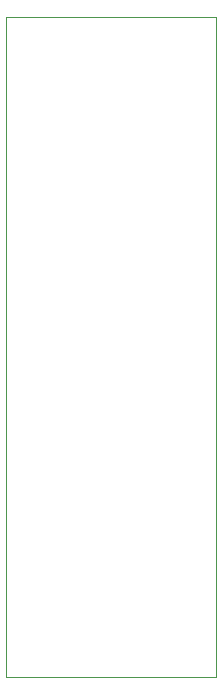
<source format=gbr>
%TF.GenerationSoftware,KiCad,Pcbnew,7.0.10*%
%TF.CreationDate,2024-01-20T20:35:47-05:00*%
%TF.ProjectId,zuul,7a75756c-2e6b-4696-9361-645f70636258,rev?*%
%TF.SameCoordinates,Original*%
%TF.FileFunction,Profile,NP*%
%FSLAX46Y46*%
G04 Gerber Fmt 4.6, Leading zero omitted, Abs format (unit mm)*
G04 Created by KiCad (PCBNEW 7.0.10) date 2024-01-20 20:35:47*
%MOMM*%
%LPD*%
G01*
G04 APERTURE LIST*
%TA.AperFunction,Profile*%
%ADD10C,0.100000*%
%TD*%
G04 APERTURE END LIST*
D10*
X27940000Y-25400000D02*
X45720000Y-25400000D01*
X45720000Y-81280000D01*
X27940000Y-81280000D01*
X27940000Y-25400000D01*
M02*

</source>
